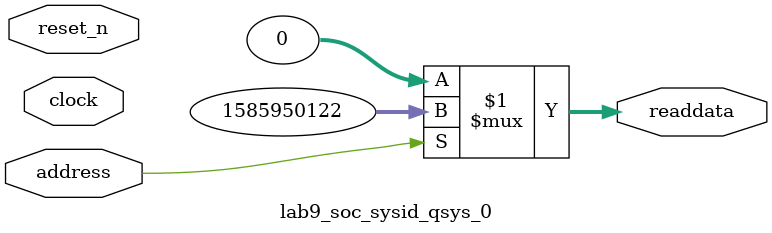
<source format=v>



// synthesis translate_off
`timescale 1ns / 1ps
// synthesis translate_on

// turn off superfluous verilog processor warnings 
// altera message_level Level1 
// altera message_off 10034 10035 10036 10037 10230 10240 10030 

module lab9_soc_sysid_qsys_0 (
               // inputs:
                address,
                clock,
                reset_n,

               // outputs:
                readdata
             )
;

  output  [ 31: 0] readdata;
  input            address;
  input            clock;
  input            reset_n;

  wire    [ 31: 0] readdata;
  //control_slave, which is an e_avalon_slave
  assign readdata = address ? 1585950122 : 0;

endmodule



</source>
